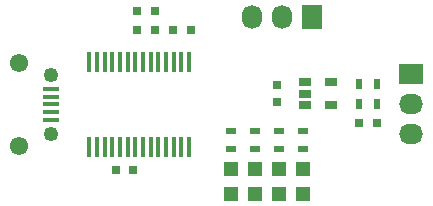
<source format=gts>
G04 #@! TF.FileFunction,Soldermask,Top*
%FSLAX46Y46*%
G04 Gerber Fmt 4.6, Leading zero omitted, Abs format (unit mm)*
G04 Created by KiCad (PCBNEW (2016-07-14 BZR 6980)-product) date Friday 15 July 2016 'à' 19:16:37*
%MOMM*%
%LPD*%
G01*
G04 APERTURE LIST*
%ADD10C,0.150000*%
%ADD11R,0.800000X0.750000*%
%ADD12R,0.750000X0.800000*%
%ADD13R,1.198880X1.198880*%
%ADD14R,1.727200X2.032000*%
%ADD15O,1.727200X2.032000*%
%ADD16R,1.350000X0.400000*%
%ADD17C,1.250000*%
%ADD18C,1.550000*%
%ADD19R,0.900000X0.500000*%
%ADD20R,0.500000X0.900000*%
%ADD21R,0.450000X1.750000*%
%ADD22R,1.060000X0.650000*%
%ADD23R,2.032000X1.727200*%
%ADD24O,2.032000X1.727200*%
G04 APERTURE END LIST*
D10*
D11*
X165350000Y-82700000D03*
X163850000Y-82700000D03*
X162350000Y-82700000D03*
X160850000Y-82700000D03*
D12*
X172700000Y-87350000D03*
X172700000Y-88850000D03*
D11*
X181100000Y-90600000D03*
X179600000Y-90600000D03*
D13*
X168800000Y-94500000D03*
X168800000Y-96598040D03*
X170800000Y-94500000D03*
X170800000Y-96598040D03*
X172800000Y-94500000D03*
X172800000Y-96598040D03*
D14*
X175640000Y-81600000D03*
D15*
X173100000Y-81600000D03*
X170560000Y-81600000D03*
D16*
X153562540Y-87699100D03*
X153562540Y-88349100D03*
X153562540Y-88999100D03*
X153562540Y-89649100D03*
X153562540Y-90299100D03*
D17*
X153562540Y-86499100D03*
X153562540Y-91499100D03*
D18*
X150862540Y-85499100D03*
X150862540Y-92499100D03*
D19*
X168800000Y-91300000D03*
X168800000Y-92800000D03*
X170800000Y-91300000D03*
X170800000Y-92800000D03*
X172800000Y-91300000D03*
X172800000Y-92800000D03*
X174900000Y-91300000D03*
X174900000Y-92800000D03*
D20*
X181100000Y-89000000D03*
X179600000Y-89000000D03*
X179600000Y-87300000D03*
X181100000Y-87300000D03*
D21*
X156775000Y-92600000D03*
X157425000Y-92600000D03*
X158075000Y-92600000D03*
X158725000Y-92600000D03*
X159375000Y-92600000D03*
X160025000Y-92600000D03*
X160675000Y-92600000D03*
X161325000Y-92600000D03*
X161975000Y-92600000D03*
X162625000Y-92600000D03*
X163275000Y-92600000D03*
X163925000Y-92600000D03*
X164575000Y-92600000D03*
X165225000Y-92600000D03*
X165225000Y-85400000D03*
X164575000Y-85400000D03*
X163925000Y-85400000D03*
X163275000Y-85400000D03*
X162625000Y-85400000D03*
X161975000Y-85400000D03*
X161325000Y-85400000D03*
X160675000Y-85400000D03*
X160025000Y-85400000D03*
X159375000Y-85400000D03*
X158725000Y-85400000D03*
X158075000Y-85400000D03*
X157425000Y-85400000D03*
X156775000Y-85400000D03*
D22*
X175000000Y-87150000D03*
X175000000Y-88100000D03*
X175000000Y-89050000D03*
X177200000Y-89050000D03*
X177200000Y-87150000D03*
D23*
X184000000Y-86460000D03*
D24*
X184000000Y-89000000D03*
X184000000Y-91540000D03*
D13*
X174900000Y-94501960D03*
X174900000Y-96600000D03*
D11*
X159000000Y-94600000D03*
X160500000Y-94600000D03*
X162350000Y-81100000D03*
X160850000Y-81100000D03*
M02*

</source>
